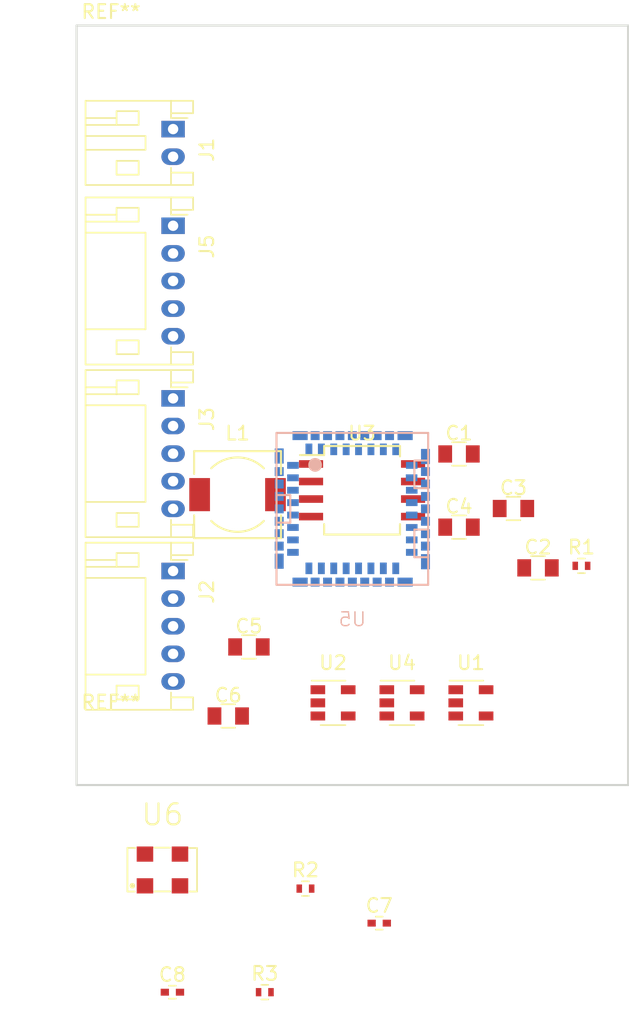
<source format=kicad_pcb>
(kicad_pcb (version 4) (host pcbnew 4.0.7)

  (general
    (links 0)
    (no_connects 68)
    (area 149.924999 84.924999 190.075001 140.075001)
    (thickness 1.6)
    (drawings 4)
    (tracks 0)
    (zones 0)
    (modules 24)
    (nets 25)
  )

  (page A4)
  (layers
    (0 F.Cu signal)
    (31 B.Cu signal)
    (32 B.Adhes user)
    (33 F.Adhes user)
    (34 B.Paste user)
    (35 F.Paste user)
    (36 B.SilkS user)
    (37 F.SilkS user)
    (38 B.Mask user)
    (39 F.Mask user)
    (40 Dwgs.User user)
    (41 Cmts.User user)
    (42 Eco1.User user)
    (43 Eco2.User user)
    (44 Edge.Cuts user)
    (45 Margin user)
    (46 B.CrtYd user)
    (47 F.CrtYd user)
    (48 B.Fab user)
    (49 F.Fab user)
  )

  (setup
    (last_trace_width 0.25)
    (trace_clearance 0.2)
    (zone_clearance 0.508)
    (zone_45_only no)
    (trace_min 0.2)
    (segment_width 0.2)
    (edge_width 0.15)
    (via_size 0.6)
    (via_drill 0.4)
    (via_min_size 0.4)
    (via_min_drill 0.3)
    (uvia_size 0.3)
    (uvia_drill 0.1)
    (uvias_allowed no)
    (uvia_min_size 0.2)
    (uvia_min_drill 0.1)
    (pcb_text_width 0.3)
    (pcb_text_size 1.5 1.5)
    (mod_edge_width 0.15)
    (mod_text_size 1 1)
    (mod_text_width 0.15)
    (pad_size 1.524 1.524)
    (pad_drill 0.762)
    (pad_to_mask_clearance 0.2)
    (aux_axis_origin 0 0)
    (visible_elements 7FFFFFFF)
    (pcbplotparams
      (layerselection 0x00030_80000001)
      (usegerberextensions false)
      (excludeedgelayer true)
      (linewidth 0.100000)
      (plotframeref false)
      (viasonmask false)
      (mode 1)
      (useauxorigin false)
      (hpglpennumber 1)
      (hpglpenspeed 20)
      (hpglpendiameter 15)
      (hpglpenoverlay 2)
      (psnegative false)
      (psa4output false)
      (plotreference true)
      (plotvalue true)
      (plotinvisibletext false)
      (padsonsilk false)
      (subtractmaskfromsilk false)
      (outputformat 1)
      (mirror false)
      (drillshape 1)
      (scaleselection 1)
      (outputdirectory ""))
  )

  (net 0 "")
  (net 1 VCC)
  (net 2 GND)
  (net 3 "Net-(L1-Pad2)")
  (net 4 "Net-(R1-Pad2)")
  (net 5 "Net-(U3-Pad6)")
  (net 6 "Net-(U3-Pad7)")
  (net 7 /SPI_CLK)
  (net 8 /SPI_CS)
  (net 9 /SPI_MOSI)
  (net 10 /SPI_MISO)
  (net 11 /I2C_SDA)
  (net 12 /I2C_SCL)
  (net 13 "Net-(U5-Pad26)")
  (net 14 /2.8V)
  (net 15 /1.2V)
  (net 16 /2.8V_IO)
  (net 17 "Net-(C8-Pad1)")
  (net 18 /GPIO3)
  (net 19 /MIPI_DATA_P)
  (net 20 /MIPI_DATA_N)
  (net 21 /MIPI_CLK_P)
  (net 22 /MIPI_CLK_N)
  (net 23 "Net-(R2-Pad1)")
  (net 24 "Net-(R3-Pad1)")

  (net_class Default "This is the default net class."
    (clearance 0.2)
    (trace_width 0.25)
    (via_dia 0.6)
    (via_drill 0.4)
    (uvia_dia 0.3)
    (uvia_drill 0.1)
    (add_net /1.2V)
    (add_net /2.8V)
    (add_net /2.8V_IO)
    (add_net /GPIO3)
    (add_net /I2C_SCL)
    (add_net /I2C_SDA)
    (add_net /MIPI_CLK_N)
    (add_net /MIPI_CLK_P)
    (add_net /MIPI_DATA_N)
    (add_net /MIPI_DATA_P)
    (add_net /SPI_CLK)
    (add_net /SPI_CS)
    (add_net /SPI_MISO)
    (add_net /SPI_MOSI)
    (add_net GND)
    (add_net "Net-(C8-Pad1)")
    (add_net "Net-(L1-Pad2)")
    (add_net "Net-(R1-Pad2)")
    (add_net "Net-(R2-Pad1)")
    (add_net "Net-(R3-Pad1)")
    (add_net "Net-(U3-Pad6)")
    (add_net "Net-(U3-Pad7)")
    (add_net "Net-(U5-Pad26)")
    (add_net VCC)
  )

  (module Mounting_Holes:MountingHole_2.5mm (layer F.Cu) (tedit 56D1B4CB) (tstamp 59D14205)
    (at 152.5 87.5)
    (descr "Mounting Hole 2.5mm, no annular")
    (tags "mounting hole 2.5mm no annular")
    (attr virtual)
    (fp_text reference REF** (at 0 -3.5) (layer F.SilkS)
      (effects (font (size 1 1) (thickness 0.15)))
    )
    (fp_text value MountingHole_2.5mm (at 0 3.5) (layer F.Fab)
      (effects (font (size 1 1) (thickness 0.15)))
    )
    (fp_text user %R (at 0.3 0) (layer F.Fab)
      (effects (font (size 1 1) (thickness 0.15)))
    )
    (fp_circle (center 0 0) (end 2.5 0) (layer Cmts.User) (width 0.15))
    (fp_circle (center 0 0) (end 2.75 0) (layer F.CrtYd) (width 0.05))
    (pad 1 np_thru_hole circle (at 0 0) (size 2.5 2.5) (drill 2.5) (layers *.Cu *.Mask))
  )

  (module Capacitors_SMD:C_0805 (layer F.Cu) (tedit 58AA8463) (tstamp 59D00504)
    (at 177.735001 116.025)
    (descr "Capacitor SMD 0805, reflow soldering, AVX (see smccp.pdf)")
    (tags "capacitor 0805")
    (path /59CFB917)
    (attr smd)
    (fp_text reference C1 (at 0 -1.5) (layer F.SilkS)
      (effects (font (size 1 1) (thickness 0.15)))
    )
    (fp_text value C (at 0 1.75) (layer F.Fab)
      (effects (font (size 1 1) (thickness 0.15)))
    )
    (fp_text user %R (at 0 -1.5) (layer F.Fab)
      (effects (font (size 1 1) (thickness 0.15)))
    )
    (fp_line (start -1 0.62) (end -1 -0.62) (layer F.Fab) (width 0.1))
    (fp_line (start 1 0.62) (end -1 0.62) (layer F.Fab) (width 0.1))
    (fp_line (start 1 -0.62) (end 1 0.62) (layer F.Fab) (width 0.1))
    (fp_line (start -1 -0.62) (end 1 -0.62) (layer F.Fab) (width 0.1))
    (fp_line (start 0.5 -0.85) (end -0.5 -0.85) (layer F.SilkS) (width 0.12))
    (fp_line (start -0.5 0.85) (end 0.5 0.85) (layer F.SilkS) (width 0.12))
    (fp_line (start -1.75 -0.88) (end 1.75 -0.88) (layer F.CrtYd) (width 0.05))
    (fp_line (start -1.75 -0.88) (end -1.75 0.87) (layer F.CrtYd) (width 0.05))
    (fp_line (start 1.75 0.87) (end 1.75 -0.88) (layer F.CrtYd) (width 0.05))
    (fp_line (start 1.75 0.87) (end -1.75 0.87) (layer F.CrtYd) (width 0.05))
    (pad 1 smd rect (at -1 0) (size 1 1.25) (layers F.Cu F.Paste F.Mask)
      (net 1 VCC))
    (pad 2 smd rect (at 1 0) (size 1 1.25) (layers F.Cu F.Paste F.Mask)
      (net 2 GND))
    (model Capacitors_SMD.3dshapes/C_0805.wrl
      (at (xyz 0 0 0))
      (scale (xyz 1 1 1))
      (rotate (xyz 0 0 0))
    )
  )

  (module Capacitors_SMD:C_0805 (layer F.Cu) (tedit 58AA8463) (tstamp 59D0050A)
    (at 183.465001 124.275)
    (descr "Capacitor SMD 0805, reflow soldering, AVX (see smccp.pdf)")
    (tags "capacitor 0805")
    (path /59CFB99B)
    (attr smd)
    (fp_text reference C2 (at 0 -1.5) (layer F.SilkS)
      (effects (font (size 1 1) (thickness 0.15)))
    )
    (fp_text value C (at 0 1.75) (layer F.Fab)
      (effects (font (size 1 1) (thickness 0.15)))
    )
    (fp_text user %R (at 0 -1.5) (layer F.Fab)
      (effects (font (size 1 1) (thickness 0.15)))
    )
    (fp_line (start -1 0.62) (end -1 -0.62) (layer F.Fab) (width 0.1))
    (fp_line (start 1 0.62) (end -1 0.62) (layer F.Fab) (width 0.1))
    (fp_line (start 1 -0.62) (end 1 0.62) (layer F.Fab) (width 0.1))
    (fp_line (start -1 -0.62) (end 1 -0.62) (layer F.Fab) (width 0.1))
    (fp_line (start 0.5 -0.85) (end -0.5 -0.85) (layer F.SilkS) (width 0.12))
    (fp_line (start -0.5 0.85) (end 0.5 0.85) (layer F.SilkS) (width 0.12))
    (fp_line (start -1.75 -0.88) (end 1.75 -0.88) (layer F.CrtYd) (width 0.05))
    (fp_line (start -1.75 -0.88) (end -1.75 0.87) (layer F.CrtYd) (width 0.05))
    (fp_line (start 1.75 0.87) (end 1.75 -0.88) (layer F.CrtYd) (width 0.05))
    (fp_line (start 1.75 0.87) (end -1.75 0.87) (layer F.CrtYd) (width 0.05))
    (pad 1 smd rect (at -1 0) (size 1 1.25) (layers F.Cu F.Paste F.Mask)
      (net 14 /2.8V))
    (pad 2 smd rect (at 1 0) (size 1 1.25) (layers F.Cu F.Paste F.Mask)
      (net 2 GND))
    (model Capacitors_SMD.3dshapes/C_0805.wrl
      (at (xyz 0 0 0))
      (scale (xyz 1 1 1))
      (rotate (xyz 0 0 0))
    )
  )

  (module Capacitors_SMD:C_0805 (layer F.Cu) (tedit 58AA8463) (tstamp 59D00510)
    (at 181.685001 119.975)
    (descr "Capacitor SMD 0805, reflow soldering, AVX (see smccp.pdf)")
    (tags "capacitor 0805")
    (path /59CFB330)
    (attr smd)
    (fp_text reference C3 (at 0 -1.5) (layer F.SilkS)
      (effects (font (size 1 1) (thickness 0.15)))
    )
    (fp_text value C (at 0 1.75) (layer F.Fab)
      (effects (font (size 1 1) (thickness 0.15)))
    )
    (fp_text user %R (at 0 -1.5) (layer F.Fab)
      (effects (font (size 1 1) (thickness 0.15)))
    )
    (fp_line (start -1 0.62) (end -1 -0.62) (layer F.Fab) (width 0.1))
    (fp_line (start 1 0.62) (end -1 0.62) (layer F.Fab) (width 0.1))
    (fp_line (start 1 -0.62) (end 1 0.62) (layer F.Fab) (width 0.1))
    (fp_line (start -1 -0.62) (end 1 -0.62) (layer F.Fab) (width 0.1))
    (fp_line (start 0.5 -0.85) (end -0.5 -0.85) (layer F.SilkS) (width 0.12))
    (fp_line (start -0.5 0.85) (end 0.5 0.85) (layer F.SilkS) (width 0.12))
    (fp_line (start -1.75 -0.88) (end 1.75 -0.88) (layer F.CrtYd) (width 0.05))
    (fp_line (start -1.75 -0.88) (end -1.75 0.87) (layer F.CrtYd) (width 0.05))
    (fp_line (start 1.75 0.87) (end 1.75 -0.88) (layer F.CrtYd) (width 0.05))
    (fp_line (start 1.75 0.87) (end -1.75 0.87) (layer F.CrtYd) (width 0.05))
    (pad 1 smd rect (at -1 0) (size 1 1.25) (layers F.Cu F.Paste F.Mask)
      (net 1 VCC))
    (pad 2 smd rect (at 1 0) (size 1 1.25) (layers F.Cu F.Paste F.Mask)
      (net 2 GND))
    (model Capacitors_SMD.3dshapes/C_0805.wrl
      (at (xyz 0 0 0))
      (scale (xyz 1 1 1))
      (rotate (xyz 0 0 0))
    )
  )

  (module Capacitors_SMD:C_0805 (layer F.Cu) (tedit 58AA8463) (tstamp 59D00516)
    (at 177.735001 121.325)
    (descr "Capacitor SMD 0805, reflow soldering, AVX (see smccp.pdf)")
    (tags "capacitor 0805")
    (path /59CFB313)
    (attr smd)
    (fp_text reference C4 (at 0 -1.5) (layer F.SilkS)
      (effects (font (size 1 1) (thickness 0.15)))
    )
    (fp_text value C (at 0 1.75) (layer F.Fab)
      (effects (font (size 1 1) (thickness 0.15)))
    )
    (fp_text user %R (at 0 -1.5) (layer F.Fab)
      (effects (font (size 1 1) (thickness 0.15)))
    )
    (fp_line (start -1 0.62) (end -1 -0.62) (layer F.Fab) (width 0.1))
    (fp_line (start 1 0.62) (end -1 0.62) (layer F.Fab) (width 0.1))
    (fp_line (start 1 -0.62) (end 1 0.62) (layer F.Fab) (width 0.1))
    (fp_line (start -1 -0.62) (end 1 -0.62) (layer F.Fab) (width 0.1))
    (fp_line (start 0.5 -0.85) (end -0.5 -0.85) (layer F.SilkS) (width 0.12))
    (fp_line (start -0.5 0.85) (end 0.5 0.85) (layer F.SilkS) (width 0.12))
    (fp_line (start -1.75 -0.88) (end 1.75 -0.88) (layer F.CrtYd) (width 0.05))
    (fp_line (start -1.75 -0.88) (end -1.75 0.87) (layer F.CrtYd) (width 0.05))
    (fp_line (start 1.75 0.87) (end 1.75 -0.88) (layer F.CrtYd) (width 0.05))
    (fp_line (start 1.75 0.87) (end -1.75 0.87) (layer F.CrtYd) (width 0.05))
    (pad 1 smd rect (at -1 0) (size 1 1.25) (layers F.Cu F.Paste F.Mask)
      (net 15 /1.2V))
    (pad 2 smd rect (at 1 0) (size 1 1.25) (layers F.Cu F.Paste F.Mask)
      (net 2 GND))
    (model Capacitors_SMD.3dshapes/C_0805.wrl
      (at (xyz 0 0 0))
      (scale (xyz 1 1 1))
      (rotate (xyz 0 0 0))
    )
  )

  (module Choke_SMD:Choke_SMD_6.3x6.3_H3 (layer F.Cu) (tedit 552CF7E1) (tstamp 59D0052A)
    (at 161.675001 118.97)
    (descr "Choke, SMD, 6.3x6.3mm 3mm height")
    (tags "Choke, SMD")
    (path /59CFB2DE)
    (attr smd)
    (fp_text reference L1 (at 0 -4.445) (layer F.SilkS)
      (effects (font (size 1 1) (thickness 0.15)))
    )
    (fp_text value L (at 0 4.445) (layer F.Fab)
      (effects (font (size 1 1) (thickness 0.15)))
    )
    (fp_line (start -3.75 -3.4) (end -3.75 3.4) (layer F.CrtYd) (width 0.05))
    (fp_line (start -3.75 3.4) (end 3.75 3.4) (layer F.CrtYd) (width 0.05))
    (fp_line (start 3.75 3.4) (end 3.75 -3.4) (layer F.CrtYd) (width 0.05))
    (fp_line (start 3.75 -3.4) (end -3.75 -3.4) (layer F.CrtYd) (width 0.05))
    (fp_arc (start 0 0) (end -1.905 -1.905) (angle 90) (layer F.SilkS) (width 0.15))
    (fp_arc (start 0 0) (end 1.905 1.905) (angle 90) (layer F.SilkS) (width 0.15))
    (fp_line (start 3.15 3.15) (end 3.15 1.5) (layer F.SilkS) (width 0.15))
    (fp_line (start 3.15 -3.15) (end 3.15 -1.5) (layer F.SilkS) (width 0.15))
    (fp_line (start -3.15 3.15) (end -3.15 1.5) (layer F.SilkS) (width 0.15))
    (fp_line (start -3.15 -3.15) (end -3.15 -1.5) (layer F.SilkS) (width 0.15))
    (fp_line (start -3.15 -3.15) (end 3.15 -3.15) (layer F.SilkS) (width 0.15))
    (fp_line (start -3.15 3.15) (end 3.15 3.15) (layer F.SilkS) (width 0.15))
    (pad 1 smd rect (at -2.75 0) (size 1.5 2.4) (layers F.Cu F.Paste F.Mask)
      (net 15 /1.2V))
    (pad 2 smd rect (at 2.75 0) (size 1.5 2.4) (layers F.Cu F.Paste F.Mask)
      (net 3 "Net-(L1-Pad2)"))
  )

  (module Resistors_SMD:R_0402 (layer F.Cu) (tedit 58E0A804) (tstamp 59D00530)
    (at 186.61619 124.125)
    (descr "Resistor SMD 0402, reflow soldering, Vishay (see dcrcw.pdf)")
    (tags "resistor 0402")
    (path /59D01695)
    (attr smd)
    (fp_text reference R1 (at 0 -1.35) (layer F.SilkS)
      (effects (font (size 1 1) (thickness 0.15)))
    )
    (fp_text value R (at 0 1.45) (layer F.Fab)
      (effects (font (size 1 1) (thickness 0.15)))
    )
    (fp_text user %R (at 0 -1.35) (layer F.Fab)
      (effects (font (size 1 1) (thickness 0.15)))
    )
    (fp_line (start -0.5 0.25) (end -0.5 -0.25) (layer F.Fab) (width 0.1))
    (fp_line (start 0.5 0.25) (end -0.5 0.25) (layer F.Fab) (width 0.1))
    (fp_line (start 0.5 -0.25) (end 0.5 0.25) (layer F.Fab) (width 0.1))
    (fp_line (start -0.5 -0.25) (end 0.5 -0.25) (layer F.Fab) (width 0.1))
    (fp_line (start 0.25 -0.53) (end -0.25 -0.53) (layer F.SilkS) (width 0.12))
    (fp_line (start -0.25 0.53) (end 0.25 0.53) (layer F.SilkS) (width 0.12))
    (fp_line (start -0.8 -0.45) (end 0.8 -0.45) (layer F.CrtYd) (width 0.05))
    (fp_line (start -0.8 -0.45) (end -0.8 0.45) (layer F.CrtYd) (width 0.05))
    (fp_line (start 0.8 0.45) (end 0.8 -0.45) (layer F.CrtYd) (width 0.05))
    (fp_line (start 0.8 0.45) (end -0.8 0.45) (layer F.CrtYd) (width 0.05))
    (pad 1 smd rect (at -0.45 0) (size 0.4 0.6) (layers F.Cu F.Paste F.Mask)
      (net 1 VCC))
    (pad 2 smd rect (at 0.45 0) (size 0.4 0.6) (layers F.Cu F.Paste F.Mask)
      (net 4 "Net-(R1-Pad2)"))
    (model ${KISYS3DMOD}/Resistors_SMD.3dshapes/R_0402.wrl
      (at (xyz 0 0 0))
      (scale (xyz 1 1 1))
      (rotate (xyz 0 0 0))
    )
  )

  (module TO_SOT_Packages_SMD:SOT-23-5 (layer F.Cu) (tedit 58CE4E7E) (tstamp 59D00539)
    (at 178.6 134.05)
    (descr "5-pin SOT23 package")
    (tags SOT-23-5)
    (path /59CFB8BF)
    (attr smd)
    (fp_text reference U1 (at 0 -2.9) (layer F.SilkS)
      (effects (font (size 1 1) (thickness 0.15)))
    )
    (fp_text value MIC5219-2.8 (at 0 2.9) (layer F.Fab)
      (effects (font (size 1 1) (thickness 0.15)))
    )
    (fp_text user %R (at 0 0 90) (layer F.Fab)
      (effects (font (size 0.5 0.5) (thickness 0.075)))
    )
    (fp_line (start -0.9 1.61) (end 0.9 1.61) (layer F.SilkS) (width 0.12))
    (fp_line (start 0.9 -1.61) (end -1.55 -1.61) (layer F.SilkS) (width 0.12))
    (fp_line (start -1.9 -1.8) (end 1.9 -1.8) (layer F.CrtYd) (width 0.05))
    (fp_line (start 1.9 -1.8) (end 1.9 1.8) (layer F.CrtYd) (width 0.05))
    (fp_line (start 1.9 1.8) (end -1.9 1.8) (layer F.CrtYd) (width 0.05))
    (fp_line (start -1.9 1.8) (end -1.9 -1.8) (layer F.CrtYd) (width 0.05))
    (fp_line (start -0.9 -0.9) (end -0.25 -1.55) (layer F.Fab) (width 0.1))
    (fp_line (start 0.9 -1.55) (end -0.25 -1.55) (layer F.Fab) (width 0.1))
    (fp_line (start -0.9 -0.9) (end -0.9 1.55) (layer F.Fab) (width 0.1))
    (fp_line (start 0.9 1.55) (end -0.9 1.55) (layer F.Fab) (width 0.1))
    (fp_line (start 0.9 -1.55) (end 0.9 1.55) (layer F.Fab) (width 0.1))
    (pad 1 smd rect (at -1.1 -0.95) (size 1.06 0.65) (layers F.Cu F.Paste F.Mask)
      (net 1 VCC))
    (pad 2 smd rect (at -1.1 0) (size 1.06 0.65) (layers F.Cu F.Paste F.Mask)
      (net 2 GND))
    (pad 3 smd rect (at -1.1 0.95) (size 1.06 0.65) (layers F.Cu F.Paste F.Mask)
      (net 1 VCC))
    (pad 4 smd rect (at 1.1 0.95) (size 1.06 0.65) (layers F.Cu F.Paste F.Mask))
    (pad 5 smd rect (at 1.1 -0.95) (size 1.06 0.65) (layers F.Cu F.Paste F.Mask)
      (net 14 /2.8V))
    (model ${KISYS3DMOD}/TO_SOT_Packages_SMD.3dshapes/SOT-23-5.wrl
      (at (xyz 0 0 0))
      (scale (xyz 1 1 1))
      (rotate (xyz 0 0 0))
    )
  )

  (module TO_SOT_Packages_SMD:SOT-23-5 (layer F.Cu) (tedit 58CE4E7E) (tstamp 59D00542)
    (at 168.6 134.05)
    (descr "5-pin SOT23 package")
    (tags SOT-23-5)
    (path /59CFB15B)
    (attr smd)
    (fp_text reference U2 (at 0 -2.9) (layer F.SilkS)
      (effects (font (size 1 1) (thickness 0.15)))
    )
    (fp_text value LM3670MF (at 0 2.9) (layer F.Fab)
      (effects (font (size 1 1) (thickness 0.15)))
    )
    (fp_text user %R (at 0 0 90) (layer F.Fab)
      (effects (font (size 0.5 0.5) (thickness 0.075)))
    )
    (fp_line (start -0.9 1.61) (end 0.9 1.61) (layer F.SilkS) (width 0.12))
    (fp_line (start 0.9 -1.61) (end -1.55 -1.61) (layer F.SilkS) (width 0.12))
    (fp_line (start -1.9 -1.8) (end 1.9 -1.8) (layer F.CrtYd) (width 0.05))
    (fp_line (start 1.9 -1.8) (end 1.9 1.8) (layer F.CrtYd) (width 0.05))
    (fp_line (start 1.9 1.8) (end -1.9 1.8) (layer F.CrtYd) (width 0.05))
    (fp_line (start -1.9 1.8) (end -1.9 -1.8) (layer F.CrtYd) (width 0.05))
    (fp_line (start -0.9 -0.9) (end -0.25 -1.55) (layer F.Fab) (width 0.1))
    (fp_line (start 0.9 -1.55) (end -0.25 -1.55) (layer F.Fab) (width 0.1))
    (fp_line (start -0.9 -0.9) (end -0.9 1.55) (layer F.Fab) (width 0.1))
    (fp_line (start 0.9 1.55) (end -0.9 1.55) (layer F.Fab) (width 0.1))
    (fp_line (start 0.9 -1.55) (end 0.9 1.55) (layer F.Fab) (width 0.1))
    (pad 1 smd rect (at -1.1 -0.95) (size 1.06 0.65) (layers F.Cu F.Paste F.Mask)
      (net 1 VCC))
    (pad 2 smd rect (at -1.1 0) (size 1.06 0.65) (layers F.Cu F.Paste F.Mask)
      (net 2 GND))
    (pad 3 smd rect (at -1.1 0.95) (size 1.06 0.65) (layers F.Cu F.Paste F.Mask)
      (net 1 VCC))
    (pad 4 smd rect (at 1.1 0.95) (size 1.06 0.65) (layers F.Cu F.Paste F.Mask)
      (net 15 /1.2V))
    (pad 5 smd rect (at 1.1 -0.95) (size 1.06 0.65) (layers F.Cu F.Paste F.Mask)
      (net 3 "Net-(L1-Pad2)"))
    (model ${KISYS3DMOD}/TO_SOT_Packages_SMD.3dshapes/SOT-23-5.wrl
      (at (xyz 0 0 0))
      (scale (xyz 1 1 1))
      (rotate (xyz 0 0 0))
    )
  )

  (module Housings_SOIC:SO-8_5.3x6.2mm_Pitch1.27mm (layer F.Cu) (tedit 59920130) (tstamp 59D0054E)
    (at 170.705001 118.655)
    (descr "8-Lead Plastic Small Outline, 5.3x6.2mm Body (http://www.ti.com.cn/cn/lit/ds/symlink/tl7705a.pdf)")
    (tags "SOIC 1.27")
    (path /59D003E5)
    (attr smd)
    (fp_text reference U3 (at 0 -4.13) (layer F.SilkS)
      (effects (font (size 1 1) (thickness 0.15)))
    )
    (fp_text value PCA9515A (at 0 4.13) (layer F.Fab)
      (effects (font (size 1 1) (thickness 0.15)))
    )
    (fp_text user %R (at 0 0) (layer F.Fab)
      (effects (font (size 1 1) (thickness 0.15)))
    )
    (fp_line (start -1.65 -3.1) (end 2.65 -3.1) (layer F.Fab) (width 0.15))
    (fp_line (start 2.65 -3.1) (end 2.65 3.1) (layer F.Fab) (width 0.15))
    (fp_line (start 2.65 3.1) (end -2.65 3.1) (layer F.Fab) (width 0.15))
    (fp_line (start -2.65 3.1) (end -2.65 -2.1) (layer F.Fab) (width 0.15))
    (fp_line (start -2.65 -2.1) (end -1.65 -3.1) (layer F.Fab) (width 0.15))
    (fp_line (start -4.83 -3.35) (end -4.83 3.35) (layer F.CrtYd) (width 0.05))
    (fp_line (start 4.83 -3.35) (end 4.83 3.35) (layer F.CrtYd) (width 0.05))
    (fp_line (start -4.83 -3.35) (end 4.83 -3.35) (layer F.CrtYd) (width 0.05))
    (fp_line (start -4.83 3.35) (end 4.83 3.35) (layer F.CrtYd) (width 0.05))
    (fp_line (start -2.75 -3.205) (end -2.75 -2.55) (layer F.SilkS) (width 0.15))
    (fp_line (start 2.75 -3.205) (end 2.75 -2.455) (layer F.SilkS) (width 0.15))
    (fp_line (start 2.75 3.205) (end 2.75 2.455) (layer F.SilkS) (width 0.15))
    (fp_line (start -2.75 3.205) (end -2.75 2.455) (layer F.SilkS) (width 0.15))
    (fp_line (start -2.75 -3.205) (end 2.75 -3.205) (layer F.SilkS) (width 0.15))
    (fp_line (start -2.75 3.205) (end 2.75 3.205) (layer F.SilkS) (width 0.15))
    (fp_line (start -2.75 -2.55) (end -4.5 -2.55) (layer F.SilkS) (width 0.15))
    (pad 1 smd rect (at -3.7 -1.905) (size 1.75 0.55) (layers F.Cu F.Paste F.Mask))
    (pad 2 smd rect (at -3.7 -0.635) (size 1.75 0.55) (layers F.Cu F.Paste F.Mask)
      (net 12 /I2C_SCL))
    (pad 3 smd rect (at -3.7 0.635) (size 1.75 0.55) (layers F.Cu F.Paste F.Mask)
      (net 11 /I2C_SDA))
    (pad 4 smd rect (at -3.7 1.905) (size 1.75 0.55) (layers F.Cu F.Paste F.Mask)
      (net 2 GND))
    (pad 5 smd rect (at 3.7 1.905) (size 1.75 0.55) (layers F.Cu F.Paste F.Mask)
      (net 4 "Net-(R1-Pad2)"))
    (pad 6 smd rect (at 3.7 0.635) (size 1.75 0.55) (layers F.Cu F.Paste F.Mask)
      (net 5 "Net-(U3-Pad6)"))
    (pad 7 smd rect (at 3.7 -0.635) (size 1.75 0.55) (layers F.Cu F.Paste F.Mask)
      (net 6 "Net-(U3-Pad7)"))
    (pad 8 smd rect (at 3.7 -1.905) (size 1.75 0.55) (layers F.Cu F.Paste F.Mask)
      (net 1 VCC))
    (model ${KISYS3DMOD}/Housings_SOIC.3dshapes/SO-8_5.3x6.2mm_Pitch1.27mm.wrl
      (at (xyz 0 0 0))
      (scale (xyz 1 1 1))
      (rotate (xyz 0 0 0))
    )
  )

  (module Capacitors_SMD:C_0805 (layer F.Cu) (tedit 58AA8463) (tstamp 59D007A6)
    (at 162.5 130)
    (descr "Capacitor SMD 0805, reflow soldering, AVX (see smccp.pdf)")
    (tags "capacitor 0805")
    (path /59D01ADC)
    (attr smd)
    (fp_text reference C5 (at 0 -1.5) (layer F.SilkS)
      (effects (font (size 1 1) (thickness 0.15)))
    )
    (fp_text value C (at 0 1.75) (layer F.Fab)
      (effects (font (size 1 1) (thickness 0.15)))
    )
    (fp_text user %R (at 0 -1.5) (layer F.Fab)
      (effects (font (size 1 1) (thickness 0.15)))
    )
    (fp_line (start -1 0.62) (end -1 -0.62) (layer F.Fab) (width 0.1))
    (fp_line (start 1 0.62) (end -1 0.62) (layer F.Fab) (width 0.1))
    (fp_line (start 1 -0.62) (end 1 0.62) (layer F.Fab) (width 0.1))
    (fp_line (start -1 -0.62) (end 1 -0.62) (layer F.Fab) (width 0.1))
    (fp_line (start 0.5 -0.85) (end -0.5 -0.85) (layer F.SilkS) (width 0.12))
    (fp_line (start -0.5 0.85) (end 0.5 0.85) (layer F.SilkS) (width 0.12))
    (fp_line (start -1.75 -0.88) (end 1.75 -0.88) (layer F.CrtYd) (width 0.05))
    (fp_line (start -1.75 -0.88) (end -1.75 0.87) (layer F.CrtYd) (width 0.05))
    (fp_line (start 1.75 0.87) (end 1.75 -0.88) (layer F.CrtYd) (width 0.05))
    (fp_line (start 1.75 0.87) (end -1.75 0.87) (layer F.CrtYd) (width 0.05))
    (pad 1 smd rect (at -1 0) (size 1 1.25) (layers F.Cu F.Paste F.Mask)
      (net 1 VCC))
    (pad 2 smd rect (at 1 0) (size 1 1.25) (layers F.Cu F.Paste F.Mask)
      (net 2 GND))
    (model Capacitors_SMD.3dshapes/C_0805.wrl
      (at (xyz 0 0 0))
      (scale (xyz 1 1 1))
      (rotate (xyz 0 0 0))
    )
  )

  (module Capacitors_SMD:C_0805 (layer F.Cu) (tedit 58AA8463) (tstamp 59D007AC)
    (at 161 135)
    (descr "Capacitor SMD 0805, reflow soldering, AVX (see smccp.pdf)")
    (tags "capacitor 0805")
    (path /59D01AE5)
    (attr smd)
    (fp_text reference C6 (at 0 -1.5) (layer F.SilkS)
      (effects (font (size 1 1) (thickness 0.15)))
    )
    (fp_text value C (at 0 1.75) (layer F.Fab)
      (effects (font (size 1 1) (thickness 0.15)))
    )
    (fp_text user %R (at 0 -1.5) (layer F.Fab)
      (effects (font (size 1 1) (thickness 0.15)))
    )
    (fp_line (start -1 0.62) (end -1 -0.62) (layer F.Fab) (width 0.1))
    (fp_line (start 1 0.62) (end -1 0.62) (layer F.Fab) (width 0.1))
    (fp_line (start 1 -0.62) (end 1 0.62) (layer F.Fab) (width 0.1))
    (fp_line (start -1 -0.62) (end 1 -0.62) (layer F.Fab) (width 0.1))
    (fp_line (start 0.5 -0.85) (end -0.5 -0.85) (layer F.SilkS) (width 0.12))
    (fp_line (start -0.5 0.85) (end 0.5 0.85) (layer F.SilkS) (width 0.12))
    (fp_line (start -1.75 -0.88) (end 1.75 -0.88) (layer F.CrtYd) (width 0.05))
    (fp_line (start -1.75 -0.88) (end -1.75 0.87) (layer F.CrtYd) (width 0.05))
    (fp_line (start 1.75 0.87) (end 1.75 -0.88) (layer F.CrtYd) (width 0.05))
    (fp_line (start 1.75 0.87) (end -1.75 0.87) (layer F.CrtYd) (width 0.05))
    (pad 1 smd rect (at -1 0) (size 1 1.25) (layers F.Cu F.Paste F.Mask)
      (net 16 /2.8V_IO))
    (pad 2 smd rect (at 1 0) (size 1 1.25) (layers F.Cu F.Paste F.Mask)
      (net 2 GND))
    (model Capacitors_SMD.3dshapes/C_0805.wrl
      (at (xyz 0 0 0))
      (scale (xyz 1 1 1))
      (rotate (xyz 0 0 0))
    )
  )

  (module TO_SOT_Packages_SMD:SOT-23-5 (layer F.Cu) (tedit 58CE4E7E) (tstamp 59D007B5)
    (at 173.6 134.05)
    (descr "5-pin SOT23 package")
    (tags SOT-23-5)
    (path /59D01AD6)
    (attr smd)
    (fp_text reference U4 (at 0 -2.9) (layer F.SilkS)
      (effects (font (size 1 1) (thickness 0.15)))
    )
    (fp_text value MIC5219-2.8 (at 0 2.9) (layer F.Fab)
      (effects (font (size 1 1) (thickness 0.15)))
    )
    (fp_text user %R (at 0 0 90) (layer F.Fab)
      (effects (font (size 0.5 0.5) (thickness 0.075)))
    )
    (fp_line (start -0.9 1.61) (end 0.9 1.61) (layer F.SilkS) (width 0.12))
    (fp_line (start 0.9 -1.61) (end -1.55 -1.61) (layer F.SilkS) (width 0.12))
    (fp_line (start -1.9 -1.8) (end 1.9 -1.8) (layer F.CrtYd) (width 0.05))
    (fp_line (start 1.9 -1.8) (end 1.9 1.8) (layer F.CrtYd) (width 0.05))
    (fp_line (start 1.9 1.8) (end -1.9 1.8) (layer F.CrtYd) (width 0.05))
    (fp_line (start -1.9 1.8) (end -1.9 -1.8) (layer F.CrtYd) (width 0.05))
    (fp_line (start -0.9 -0.9) (end -0.25 -1.55) (layer F.Fab) (width 0.1))
    (fp_line (start 0.9 -1.55) (end -0.25 -1.55) (layer F.Fab) (width 0.1))
    (fp_line (start -0.9 -0.9) (end -0.9 1.55) (layer F.Fab) (width 0.1))
    (fp_line (start 0.9 1.55) (end -0.9 1.55) (layer F.Fab) (width 0.1))
    (fp_line (start 0.9 -1.55) (end 0.9 1.55) (layer F.Fab) (width 0.1))
    (pad 1 smd rect (at -1.1 -0.95) (size 1.06 0.65) (layers F.Cu F.Paste F.Mask)
      (net 1 VCC))
    (pad 2 smd rect (at -1.1 0) (size 1.06 0.65) (layers F.Cu F.Paste F.Mask)
      (net 2 GND))
    (pad 3 smd rect (at -1.1 0.95) (size 1.06 0.65) (layers F.Cu F.Paste F.Mask)
      (net 1 VCC))
    (pad 4 smd rect (at 1.1 0.95) (size 1.06 0.65) (layers F.Cu F.Paste F.Mask))
    (pad 5 smd rect (at 1.1 -0.95) (size 1.06 0.65) (layers F.Cu F.Paste F.Mask)
      (net 16 /2.8V_IO))
    (model ${KISYS3DMOD}/TO_SOT_Packages_SMD.3dshapes/SOT-23-5.wrl
      (at (xyz 0 0 0))
      (scale (xyz 1 1 1))
      (rotate (xyz 0 0 0))
    )
  )

  (module STC:FLIR_Lepton_1050281001 (layer B.Cu) (tedit 59D0FD7C) (tstamp 59D10EDB)
    (at 170 120)
    (path /59D1019B)
    (attr smd)
    (fp_text reference U5 (at 0 8) (layer B.SilkS)
      (effects (font (size 1 1) (thickness 0.1)) (justify mirror))
    )
    (fp_text value FLIR_Lepton (at 0 -8) (layer B.Fab)
      (effects (font (size 1 1) (thickness 0.1)) (justify mirror))
    )
    (fp_line (start -4.5 1) (end -5.5 1) (layer B.SilkS) (width 0.15))
    (fp_line (start -4.5 -1) (end -4.5 1) (layer B.SilkS) (width 0.15))
    (fp_line (start -5.5 -1) (end -4.5 -1) (layer B.SilkS) (width 0.15))
    (fp_line (start -5.5 1) (end -5.5 -1) (layer B.SilkS) (width 0.15))
    (fp_line (start 4.5 -3.5) (end 5.5 -3.5) (layer B.SilkS) (width 0.15))
    (fp_line (start 4.5 -1.5) (end 4.5 -3.5) (layer B.SilkS) (width 0.15))
    (fp_line (start 5.5 -1.5) (end 4.5 -1.5) (layer B.SilkS) (width 0.15))
    (fp_line (start 5.5 -3.5) (end 5.5 -1.5) (layer B.SilkS) (width 0.15))
    (fp_line (start 4.5 3.5) (end 5.5 3.5) (layer B.SilkS) (width 0.15))
    (fp_line (start 4.5 1.5) (end 4.5 3.5) (layer B.SilkS) (width 0.15))
    (fp_line (start 5.5 1.5) (end 4.5 1.5) (layer B.SilkS) (width 0.15))
    (fp_line (start 5.5 3.5) (end 5.5 1.5) (layer B.SilkS) (width 0.15))
    (fp_line (start -5.5 5.5) (end 5.5 5.5) (layer B.SilkS) (width 0.15))
    (fp_line (start -5.5 -5.5) (end -5.5 5.5) (layer B.SilkS) (width 0.15))
    (fp_line (start 5.5 -5.5) (end -5.5 -5.5) (layer B.SilkS) (width 0.15))
    (fp_line (start 5.5 5.5) (end 5.5 -5.5) (layer B.SilkS) (width 0.15))
    (fp_circle (center -2.70002 -3.18516) (end -2.70002 -2.68732) (layer B.SilkS) (width 0))
    (pad 1 smd rect (at -3.1496 -4.30784) (size 0.49784 0.8382) (layers B.Cu B.Paste B.Mask)
      (net 2 GND))
    (pad 2 smd rect (at -2.2479 -4.30784) (size 0.49784 0.8382) (layers B.Cu B.Paste B.Mask)
      (net 18 /GPIO3))
    (pad 3 smd rect (at -1.34874 -4.30784) (size 0.49784 0.8382) (layers B.Cu B.Paste B.Mask))
    (pad 4 smd rect (at -0.44958 -4.30784) (size 0.49784 0.8382) (layers B.Cu B.Paste B.Mask))
    (pad 5 smd rect (at 0.44958 -4.30784) (size 0.49784 0.8382) (layers B.Cu B.Paste B.Mask))
    (pad 6 smd rect (at 1.34874 -4.30784) (size 0.49784 0.8382) (layers B.Cu B.Paste B.Mask)
      (net 2 GND))
    (pad 7 smd rect (at 2.2479 -4.30784) (size 0.49784 0.8382) (layers B.Cu B.Paste B.Mask)
      (net 15 /1.2V))
    (pad 8 smd rect (at 3.1496 -4.30784) (size 0.49784 0.8382) (layers B.Cu B.Paste B.Mask)
      (net 2 GND))
    (pad 9 smd rect (at 4.30784 -3.1496 270) (size 0.49784 0.8382) (layers B.Cu B.Paste B.Mask)
      (net 2 GND))
    (pad 10 smd rect (at 4.29768 -2.2479 270) (size 0.49784 0.8382) (layers B.Cu B.Paste B.Mask)
      (net 2 GND))
    (pad 11 smd rect (at 4.30784 -1.34874 270) (size 0.49784 0.8382) (layers B.Cu B.Paste B.Mask)
      (net 9 /SPI_MOSI))
    (pad 12 smd rect (at 4.30784 -0.44958 270) (size 0.49784 0.8382) (layers B.Cu B.Paste B.Mask)
      (net 10 /SPI_MISO))
    (pad 13 smd rect (at 4.30784 0.44958 270) (size 0.49784 0.8382) (layers B.Cu B.Paste B.Mask)
      (net 7 /SPI_CLK))
    (pad 14 smd rect (at 4.30784 1.34874 270) (size 0.49784 0.8382) (layers B.Cu B.Paste B.Mask)
      (net 8 /SPI_CS))
    (pad 15 smd rect (at 4.30784 2.2479 270) (size 0.49784 0.8382) (layers B.Cu B.Paste B.Mask)
      (net 2 GND))
    (pad 16 smd rect (at 4.30784 3.1496 270) (size 0.49784 0.8382) (layers B.Cu B.Paste B.Mask)
      (net 16 /2.8V_IO))
    (pad 17 smd rect (at 3.1496 4.30784) (size 0.49784 0.8382) (layers B.Cu B.Paste B.Mask))
    (pad 18 smd rect (at 2.2479 4.30784) (size 0.49784 0.8382) (layers B.Cu B.Paste B.Mask)
      (net 2 GND))
    (pad 19 smd rect (at 1.34874 4.30784) (size 0.49784 0.8382) (layers B.Cu B.Paste B.Mask)
      (net 14 /2.8V))
    (pad 20 smd rect (at 0.44958 4.30784) (size 0.49784 0.8382) (layers B.Cu B.Paste B.Mask)
      (net 2 GND))
    (pad 21 smd rect (at -0.44958 4.30784) (size 0.49784 0.8382) (layers B.Cu B.Paste B.Mask)
      (net 6 "Net-(U3-Pad7)"))
    (pad 22 smd rect (at -1.34874 4.30784) (size 0.49784 0.8382) (layers B.Cu B.Paste B.Mask)
      (net 5 "Net-(U3-Pad6)"))
    (pad 23 smd rect (at -2.2479 4.30784) (size 0.49784 0.8382) (layers B.Cu B.Paste B.Mask)
      (net 17 "Net-(C8-Pad1)"))
    (pad 24 smd rect (at -3.1496 4.30784) (size 0.49784 0.8382) (layers B.Cu B.Paste B.Mask)
      (net 24 "Net-(R3-Pad1)"))
    (pad 25 smd rect (at -4.30784 3.1496 270) (size 0.49784 0.8382) (layers B.Cu B.Paste B.Mask)
      (net 2 GND))
    (pad 26 smd rect (at -4.30784 2.2479 270) (size 0.49784 0.8382) (layers B.Cu B.Paste B.Mask)
      (net 13 "Net-(U5-Pad26)"))
    (pad 27 smd rect (at -4.30784 1.34874 270) (size 0.49784 0.8382) (layers B.Cu B.Paste B.Mask)
      (net 2 GND))
    (pad 28 smd rect (at -4.30784 0.44958 270) (size 0.49784 0.8382) (layers B.Cu B.Paste B.Mask)
      (net 22 /MIPI_CLK_N))
    (pad 29 smd rect (at -4.30784 -0.44958 270) (size 0.49784 0.8382) (layers B.Cu B.Paste B.Mask)
      (net 21 /MIPI_CLK_P))
    (pad 30 smd rect (at -4.30784 -1.34874 270) (size 0.49784 0.8382) (layers B.Cu B.Paste B.Mask)
      (net 2 GND))
    (pad 31 smd rect (at -4.30784 -2.2479 270) (size 0.49784 0.8382) (layers B.Cu B.Paste B.Mask)
      (net 20 /MIPI_DATA_N))
    (pad 32 smd rect (at -4.30784 -3.1496 270) (size 0.49784 0.8382) (layers B.Cu B.Paste B.Mask)
      (net 19 /MIPI_DATA_P))
    (pad P$1 smd rect (at -5.30352 2.69748) (size 0.6477 0.6477) (layers B.Cu B.Paste B.Mask))
    (pad P$2 smd rect (at -5.30352 -3.82778 270) (size 1.09982 0.6477) (layers B.Cu B.Paste B.Mask))
    (pad P$3 smd rect (at -5.30352 1.79832) (size 0.6477 0.6477) (layers B.Cu B.Paste B.Mask))
    (pad P$4 smd rect (at -5.30352 0.89916) (size 0.6477 0.6477) (layers B.Cu B.Paste B.Mask))
    (pad P$5 smd rect (at -5.30352 0) (size 0.6477 0.6477) (layers B.Cu B.Paste B.Mask))
    (pad P$6 smd rect (at -5.30352 -0.89916) (size 0.6477 0.6477) (layers B.Cu B.Paste B.Mask))
    (pad P$7 smd rect (at -5.30352 -1.79832) (size 0.6477 0.6477) (layers B.Cu B.Paste B.Mask))
    (pad P$8 smd rect (at -5.30352 -2.70002) (size 0.6477 0.6477) (layers B.Cu B.Paste B.Mask))
    (pad P$9 smd rect (at -5.30352 3.78968 270) (size 1.09982 0.6477) (layers B.Cu B.Paste B.Mask))
    (pad P$10 smd rect (at 3.82778 5.30352 180) (size 1.09982 0.6477) (layers B.Cu B.Paste B.Mask))
    (pad P$11 smd rect (at -2.70002 5.30352 270) (size 0.6477 0.6477) (layers B.Cu B.Paste B.Mask))
    (pad P$12 smd rect (at -1.79832 5.30352 270) (size 0.6477 0.6477) (layers B.Cu B.Paste B.Mask))
    (pad P$13 smd rect (at -0.89916 5.30352 270) (size 0.6477 0.6477) (layers B.Cu B.Paste B.Mask))
    (pad P$14 smd rect (at 0 5.30352 270) (size 0.6477 0.6477) (layers B.Cu B.Paste B.Mask))
    (pad P$15 smd rect (at 0.89916 5.30352 270) (size 0.6477 0.6477) (layers B.Cu B.Paste B.Mask))
    (pad P$16 smd rect (at 1.79832 5.30352 270) (size 0.6477 0.6477) (layers B.Cu B.Paste B.Mask))
    (pad P$17 smd rect (at 2.69748 5.30352 270) (size 0.6477 0.6477) (layers B.Cu B.Paste B.Mask))
    (pad P$18 smd rect (at -3.78968 5.30352 180) (size 1.09982 0.6477) (layers B.Cu B.Paste B.Mask))
    (pad P$19 smd rect (at 5.30352 3.82778 90) (size 1.09982 0.6477) (layers B.Cu B.Paste B.Mask))
    (pad P$20 smd rect (at 5.30352 -2.70002 180) (size 0.6477 0.6477) (layers B.Cu B.Paste B.Mask))
    (pad P$21 smd rect (at 5.30352 -1.79832 180) (size 0.6477 0.6477) (layers B.Cu B.Paste B.Mask))
    (pad P$22 smd rect (at 5.30352 -0.89916 180) (size 0.6477 0.6477) (layers B.Cu B.Paste B.Mask))
    (pad P$23 smd rect (at 5.30352 0 180) (size 0.6477 0.6477) (layers B.Cu B.Paste B.Mask))
    (pad P$24 smd rect (at 5.30352 0.89916 180) (size 0.6477 0.6477) (layers B.Cu B.Paste B.Mask))
    (pad P$25 smd rect (at 5.30352 1.79832 180) (size 0.6477 0.6477) (layers B.Cu B.Paste B.Mask))
    (pad P$26 smd rect (at 5.30352 2.69748 180) (size 0.6477 0.6477) (layers B.Cu B.Paste B.Mask))
    (pad P$27 smd rect (at 5.30352 -3.78968 90) (size 1.09982 0.6477) (layers B.Cu B.Paste B.Mask))
    (pad P$28 smd rect (at 3.82778 -5.30352 180) (size 1.09982 0.6477) (layers B.Cu B.Paste B.Mask))
    (pad P$29 smd rect (at -2.70002 -5.30352 270) (size 0.6477 0.6477) (layers B.Cu B.Paste B.Mask))
    (pad P$30 smd rect (at -1.79832 -5.30352 270) (size 0.6477 0.6477) (layers B.Cu B.Paste B.Mask))
    (pad P$31 smd rect (at -0.89916 -5.30352 270) (size 0.6477 0.6477) (layers B.Cu B.Paste B.Mask))
    (pad P$32 smd rect (at 0 -5.30352 270) (size 0.6477 0.6477) (layers B.Cu B.Paste B.Mask))
    (pad P$33 smd rect (at 0.89916 -5.30352 270) (size 0.6477 0.6477) (layers B.Cu B.Paste B.Mask))
    (pad P$34 smd rect (at 1.79832 -5.30352 270) (size 0.6477 0.6477) (layers B.Cu B.Paste B.Mask))
    (pad P$35 smd rect (at 2.69748 -5.30352 270) (size 0.6477 0.6477) (layers B.Cu B.Paste B.Mask))
    (pad P$36 smd rect (at -3.78968 -5.30352 180) (size 1.09982 0.6477) (layers B.Cu B.Paste B.Mask))
  )

  (module Capacitors_SMD:C_0402 (layer F.Cu) (tedit 58AA841A) (tstamp 59D13EE3)
    (at 171.95 150)
    (descr "Capacitor SMD 0402, reflow soldering, AVX (see smccp.pdf)")
    (tags "capacitor 0402")
    (path /59D14B9D)
    (attr smd)
    (fp_text reference C7 (at 0 -1.27) (layer F.SilkS)
      (effects (font (size 1 1) (thickness 0.15)))
    )
    (fp_text value C (at 0 1.27) (layer F.Fab)
      (effects (font (size 1 1) (thickness 0.15)))
    )
    (fp_text user %R (at 0 -1.27) (layer F.Fab)
      (effects (font (size 1 1) (thickness 0.15)))
    )
    (fp_line (start -0.5 0.25) (end -0.5 -0.25) (layer F.Fab) (width 0.1))
    (fp_line (start 0.5 0.25) (end -0.5 0.25) (layer F.Fab) (width 0.1))
    (fp_line (start 0.5 -0.25) (end 0.5 0.25) (layer F.Fab) (width 0.1))
    (fp_line (start -0.5 -0.25) (end 0.5 -0.25) (layer F.Fab) (width 0.1))
    (fp_line (start 0.25 -0.47) (end -0.25 -0.47) (layer F.SilkS) (width 0.12))
    (fp_line (start -0.25 0.47) (end 0.25 0.47) (layer F.SilkS) (width 0.12))
    (fp_line (start -1 -0.4) (end 1 -0.4) (layer F.CrtYd) (width 0.05))
    (fp_line (start -1 -0.4) (end -1 0.4) (layer F.CrtYd) (width 0.05))
    (fp_line (start 1 0.4) (end 1 -0.4) (layer F.CrtYd) (width 0.05))
    (fp_line (start 1 0.4) (end -1 0.4) (layer F.CrtYd) (width 0.05))
    (pad 1 smd rect (at -0.55 0) (size 0.6 0.5) (layers F.Cu F.Paste F.Mask)
      (net 16 /2.8V_IO))
    (pad 2 smd rect (at 0.55 0) (size 0.6 0.5) (layers F.Cu F.Paste F.Mask)
      (net 2 GND))
    (model Capacitors_SMD.3dshapes/C_0402.wrl
      (at (xyz 0 0 0))
      (scale (xyz 1 1 1))
      (rotate (xyz 0 0 0))
    )
  )

  (module Capacitors_SMD:C_0402 (layer F.Cu) (tedit 58AA841A) (tstamp 59D13EE9)
    (at 156.95 155)
    (descr "Capacitor SMD 0402, reflow soldering, AVX (see smccp.pdf)")
    (tags "capacitor 0402")
    (path /59D16A6F)
    (attr smd)
    (fp_text reference C8 (at 0 -1.27) (layer F.SilkS)
      (effects (font (size 1 1) (thickness 0.15)))
    )
    (fp_text value C (at 0 1.27) (layer F.Fab)
      (effects (font (size 1 1) (thickness 0.15)))
    )
    (fp_text user %R (at 0 -1.27) (layer F.Fab)
      (effects (font (size 1 1) (thickness 0.15)))
    )
    (fp_line (start -0.5 0.25) (end -0.5 -0.25) (layer F.Fab) (width 0.1))
    (fp_line (start 0.5 0.25) (end -0.5 0.25) (layer F.Fab) (width 0.1))
    (fp_line (start 0.5 -0.25) (end 0.5 0.25) (layer F.Fab) (width 0.1))
    (fp_line (start -0.5 -0.25) (end 0.5 -0.25) (layer F.Fab) (width 0.1))
    (fp_line (start 0.25 -0.47) (end -0.25 -0.47) (layer F.SilkS) (width 0.12))
    (fp_line (start -0.25 0.47) (end 0.25 0.47) (layer F.SilkS) (width 0.12))
    (fp_line (start -1 -0.4) (end 1 -0.4) (layer F.CrtYd) (width 0.05))
    (fp_line (start -1 -0.4) (end -1 0.4) (layer F.CrtYd) (width 0.05))
    (fp_line (start 1 0.4) (end 1 -0.4) (layer F.CrtYd) (width 0.05))
    (fp_line (start 1 0.4) (end -1 0.4) (layer F.CrtYd) (width 0.05))
    (pad 1 smd rect (at -0.55 0) (size 0.6 0.5) (layers F.Cu F.Paste F.Mask)
      (net 17 "Net-(C8-Pad1)"))
    (pad 2 smd rect (at 0.55 0) (size 0.6 0.5) (layers F.Cu F.Paste F.Mask)
      (net 2 GND))
    (model Capacitors_SMD.3dshapes/C_0402.wrl
      (at (xyz 0 0 0))
      (scale (xyz 1 1 1))
      (rotate (xyz 0 0 0))
    )
  )

  (module Connectors_JST:JST_PH_S2B-PH-K_02x2.00mm_Angled (layer F.Cu) (tedit 58D3FE32) (tstamp 59D13EEA)
    (at 157 92.5 270)
    (descr "JST PH series connector, S2B-PH-K, side entry type, through hole, Datasheet: http://www.jst-mfg.com/product/pdf/eng/ePH.pdf")
    (tags "connector jst ph")
    (path /59D1934F)
    (fp_text reference J1 (at 1.5 -2.45 270) (layer F.SilkS)
      (effects (font (size 1 1) (thickness 0.15)))
    )
    (fp_text value Conn_01x02 (at 1 7.25 270) (layer F.Fab)
      (effects (font (size 1 1) (thickness 0.15)))
    )
    (fp_line (start 0.5 6.35) (end 0.5 2) (layer F.SilkS) (width 0.12))
    (fp_line (start 0.5 2) (end 1.5 2) (layer F.SilkS) (width 0.12))
    (fp_line (start 1.5 2) (end 1.5 6.35) (layer F.SilkS) (width 0.12))
    (fp_line (start -0.8 0.15) (end -1.15 0.15) (layer F.SilkS) (width 0.12))
    (fp_line (start -1.15 0.15) (end -1.15 -1.45) (layer F.SilkS) (width 0.12))
    (fp_line (start -1.15 -1.45) (end -2.05 -1.45) (layer F.SilkS) (width 0.12))
    (fp_line (start -2.05 -1.45) (end -2.05 6.35) (layer F.SilkS) (width 0.12))
    (fp_line (start -2.05 6.35) (end 4.05 6.35) (layer F.SilkS) (width 0.12))
    (fp_line (start 4.05 6.35) (end 4.05 -1.45) (layer F.SilkS) (width 0.12))
    (fp_line (start 4.05 -1.45) (end 3.15 -1.45) (layer F.SilkS) (width 0.12))
    (fp_line (start 3.15 -1.45) (end 3.15 0.15) (layer F.SilkS) (width 0.12))
    (fp_line (start 3.15 0.15) (end 2.8 0.15) (layer F.SilkS) (width 0.12))
    (fp_line (start -2.05 0.15) (end -1.15 0.15) (layer F.SilkS) (width 0.12))
    (fp_line (start 4.05 0.15) (end 3.15 0.15) (layer F.SilkS) (width 0.12))
    (fp_line (start -1.3 2.5) (end -1.3 4.1) (layer F.SilkS) (width 0.12))
    (fp_line (start -1.3 4.1) (end -0.3 4.1) (layer F.SilkS) (width 0.12))
    (fp_line (start -0.3 4.1) (end -0.3 2.5) (layer F.SilkS) (width 0.12))
    (fp_line (start -0.3 2.5) (end -1.3 2.5) (layer F.SilkS) (width 0.12))
    (fp_line (start 3.3 2.5) (end 3.3 4.1) (layer F.SilkS) (width 0.12))
    (fp_line (start 3.3 4.1) (end 2.3 4.1) (layer F.SilkS) (width 0.12))
    (fp_line (start 2.3 4.1) (end 2.3 2.5) (layer F.SilkS) (width 0.12))
    (fp_line (start 2.3 2.5) (end 3.3 2.5) (layer F.SilkS) (width 0.12))
    (fp_line (start -0.3 4.1) (end -0.3 6.35) (layer F.SilkS) (width 0.12))
    (fp_line (start -0.8 4.1) (end -0.8 6.35) (layer F.SilkS) (width 0.12))
    (fp_line (start -2.45 -1.85) (end -2.45 6.75) (layer F.CrtYd) (width 0.05))
    (fp_line (start -2.45 6.75) (end 4.45 6.75) (layer F.CrtYd) (width 0.05))
    (fp_line (start 4.45 6.75) (end 4.45 -1.85) (layer F.CrtYd) (width 0.05))
    (fp_line (start 4.45 -1.85) (end -2.45 -1.85) (layer F.CrtYd) (width 0.05))
    (fp_line (start -1.25 0.25) (end -1.25 -1.35) (layer F.Fab) (width 0.1))
    (fp_line (start -1.25 -1.35) (end -1.95 -1.35) (layer F.Fab) (width 0.1))
    (fp_line (start -1.95 -1.35) (end -1.95 6.25) (layer F.Fab) (width 0.1))
    (fp_line (start -1.95 6.25) (end 3.95 6.25) (layer F.Fab) (width 0.1))
    (fp_line (start 3.95 6.25) (end 3.95 -1.35) (layer F.Fab) (width 0.1))
    (fp_line (start 3.95 -1.35) (end 3.25 -1.35) (layer F.Fab) (width 0.1))
    (fp_line (start 3.25 -1.35) (end 3.25 0.25) (layer F.Fab) (width 0.1))
    (fp_line (start 3.25 0.25) (end -1.25 0.25) (layer F.Fab) (width 0.1))
    (fp_line (start -0.8 0.15) (end -0.8 -1.05) (layer F.SilkS) (width 0.12))
    (fp_line (start 0 0.85) (end -0.5 1.35) (layer F.Fab) (width 0.1))
    (fp_line (start -0.5 1.35) (end 0.5 1.35) (layer F.Fab) (width 0.1))
    (fp_line (start 0.5 1.35) (end 0 0.85) (layer F.Fab) (width 0.1))
    (fp_text user %R (at 1 2.5 270) (layer F.Fab)
      (effects (font (size 1 1) (thickness 0.15)))
    )
    (pad 1 thru_hole rect (at 0 0 270) (size 1.2 1.7) (drill 0.75) (layers *.Cu *.Mask)
      (net 1 VCC))
    (pad 2 thru_hole oval (at 2 0 270) (size 1.2 1.7) (drill 0.75) (layers *.Cu *.Mask)
      (net 2 GND))
    (model ${KISYS3DMOD}/Connectors_JST.3dshapes/JST_PH_S2B-PH-K_02x2.00mm_Angled.wrl
      (at (xyz 0 0 0))
      (scale (xyz 1 1 1))
      (rotate (xyz 0 0 0))
    )
  )

  (module Connectors_JST:JST_PH_S5B-PH-K_05x2.00mm_Angled (layer F.Cu) (tedit 58D3FE32) (tstamp 59D13EF7)
    (at 157 124.5 270)
    (descr "JST PH series connector, S5B-PH-K, side entry type, through hole, Datasheet: http://www.jst-mfg.com/product/pdf/eng/ePH.pdf")
    (tags "connector jst ph")
    (path /59D190B2)
    (fp_text reference J2 (at 1.5 -2.45 270) (layer F.SilkS)
      (effects (font (size 1 1) (thickness 0.15)))
    )
    (fp_text value Conn_01x05 (at 4 7.25 270) (layer F.Fab)
      (effects (font (size 1 1) (thickness 0.15)))
    )
    (fp_line (start 0.5 6.35) (end 0.5 2) (layer F.SilkS) (width 0.12))
    (fp_line (start 0.5 2) (end 7.5 2) (layer F.SilkS) (width 0.12))
    (fp_line (start 7.5 2) (end 7.5 6.35) (layer F.SilkS) (width 0.12))
    (fp_line (start -0.8 0.15) (end -1.15 0.15) (layer F.SilkS) (width 0.12))
    (fp_line (start -1.15 0.15) (end -1.15 -1.45) (layer F.SilkS) (width 0.12))
    (fp_line (start -1.15 -1.45) (end -2.05 -1.45) (layer F.SilkS) (width 0.12))
    (fp_line (start -2.05 -1.45) (end -2.05 6.35) (layer F.SilkS) (width 0.12))
    (fp_line (start -2.05 6.35) (end 10.05 6.35) (layer F.SilkS) (width 0.12))
    (fp_line (start 10.05 6.35) (end 10.05 -1.45) (layer F.SilkS) (width 0.12))
    (fp_line (start 10.05 -1.45) (end 9.15 -1.45) (layer F.SilkS) (width 0.12))
    (fp_line (start 9.15 -1.45) (end 9.15 0.15) (layer F.SilkS) (width 0.12))
    (fp_line (start 9.15 0.15) (end 8.8 0.15) (layer F.SilkS) (width 0.12))
    (fp_line (start -2.05 0.15) (end -1.15 0.15) (layer F.SilkS) (width 0.12))
    (fp_line (start 10.05 0.15) (end 9.15 0.15) (layer F.SilkS) (width 0.12))
    (fp_line (start -1.3 2.5) (end -1.3 4.1) (layer F.SilkS) (width 0.12))
    (fp_line (start -1.3 4.1) (end -0.3 4.1) (layer F.SilkS) (width 0.12))
    (fp_line (start -0.3 4.1) (end -0.3 2.5) (layer F.SilkS) (width 0.12))
    (fp_line (start -0.3 2.5) (end -1.3 2.5) (layer F.SilkS) (width 0.12))
    (fp_line (start 9.3 2.5) (end 9.3 4.1) (layer F.SilkS) (width 0.12))
    (fp_line (start 9.3 4.1) (end 8.3 4.1) (layer F.SilkS) (width 0.12))
    (fp_line (start 8.3 4.1) (end 8.3 2.5) (layer F.SilkS) (width 0.12))
    (fp_line (start 8.3 2.5) (end 9.3 2.5) (layer F.SilkS) (width 0.12))
    (fp_line (start -0.3 4.1) (end -0.3 6.35) (layer F.SilkS) (width 0.12))
    (fp_line (start -0.8 4.1) (end -0.8 6.35) (layer F.SilkS) (width 0.12))
    (fp_line (start -2.45 -1.85) (end -2.45 6.75) (layer F.CrtYd) (width 0.05))
    (fp_line (start -2.45 6.75) (end 10.45 6.75) (layer F.CrtYd) (width 0.05))
    (fp_line (start 10.45 6.75) (end 10.45 -1.85) (layer F.CrtYd) (width 0.05))
    (fp_line (start 10.45 -1.85) (end -2.45 -1.85) (layer F.CrtYd) (width 0.05))
    (fp_line (start -1.25 0.25) (end -1.25 -1.35) (layer F.Fab) (width 0.1))
    (fp_line (start -1.25 -1.35) (end -1.95 -1.35) (layer F.Fab) (width 0.1))
    (fp_line (start -1.95 -1.35) (end -1.95 6.25) (layer F.Fab) (width 0.1))
    (fp_line (start -1.95 6.25) (end 9.95 6.25) (layer F.Fab) (width 0.1))
    (fp_line (start 9.95 6.25) (end 9.95 -1.35) (layer F.Fab) (width 0.1))
    (fp_line (start 9.95 -1.35) (end 9.25 -1.35) (layer F.Fab) (width 0.1))
    (fp_line (start 9.25 -1.35) (end 9.25 0.25) (layer F.Fab) (width 0.1))
    (fp_line (start 9.25 0.25) (end -1.25 0.25) (layer F.Fab) (width 0.1))
    (fp_line (start -0.8 0.15) (end -0.8 -1.05) (layer F.SilkS) (width 0.12))
    (fp_line (start 0 0.85) (end -0.5 1.35) (layer F.Fab) (width 0.1))
    (fp_line (start -0.5 1.35) (end 0.5 1.35) (layer F.Fab) (width 0.1))
    (fp_line (start 0.5 1.35) (end 0 0.85) (layer F.Fab) (width 0.1))
    (fp_text user %R (at 4 2.5 270) (layer F.Fab)
      (effects (font (size 1 1) (thickness 0.15)))
    )
    (pad 1 thru_hole rect (at 0 0 270) (size 1.2 1.7) (drill 0.75) (layers *.Cu *.Mask)
      (net 11 /I2C_SDA))
    (pad 2 thru_hole oval (at 2 0 270) (size 1.2 1.7) (drill 0.75) (layers *.Cu *.Mask)
      (net 12 /I2C_SCL))
    (pad 3 thru_hole oval (at 4 0 270) (size 1.2 1.7) (drill 0.75) (layers *.Cu *.Mask))
    (pad 4 thru_hole oval (at 6 0 270) (size 1.2 1.7) (drill 0.75) (layers *.Cu *.Mask)
      (net 18 /GPIO3))
    (pad 5 thru_hole oval (at 8 0 270) (size 1.2 1.7) (drill 0.75) (layers *.Cu *.Mask)
      (net 2 GND))
    (model ${KISYS3DMOD}/Connectors_JST.3dshapes/JST_PH_S5B-PH-K_05x2.00mm_Angled.wrl
      (at (xyz 0 0 0))
      (scale (xyz 1 1 1))
      (rotate (xyz 0 0 0))
    )
  )

  (module Connectors_JST:JST_PH_S5B-PH-K_05x2.00mm_Angled (layer F.Cu) (tedit 58D3FE32) (tstamp 59D13F00)
    (at 157 112 270)
    (descr "JST PH series connector, S5B-PH-K, side entry type, through hole, Datasheet: http://www.jst-mfg.com/product/pdf/eng/ePH.pdf")
    (tags "connector jst ph")
    (path /59D18F7E)
    (fp_text reference J3 (at 1.5 -2.45 270) (layer F.SilkS)
      (effects (font (size 1 1) (thickness 0.15)))
    )
    (fp_text value Conn_01x05 (at 4 7.25 270) (layer F.Fab)
      (effects (font (size 1 1) (thickness 0.15)))
    )
    (fp_line (start 0.5 6.35) (end 0.5 2) (layer F.SilkS) (width 0.12))
    (fp_line (start 0.5 2) (end 7.5 2) (layer F.SilkS) (width 0.12))
    (fp_line (start 7.5 2) (end 7.5 6.35) (layer F.SilkS) (width 0.12))
    (fp_line (start -0.8 0.15) (end -1.15 0.15) (layer F.SilkS) (width 0.12))
    (fp_line (start -1.15 0.15) (end -1.15 -1.45) (layer F.SilkS) (width 0.12))
    (fp_line (start -1.15 -1.45) (end -2.05 -1.45) (layer F.SilkS) (width 0.12))
    (fp_line (start -2.05 -1.45) (end -2.05 6.35) (layer F.SilkS) (width 0.12))
    (fp_line (start -2.05 6.35) (end 10.05 6.35) (layer F.SilkS) (width 0.12))
    (fp_line (start 10.05 6.35) (end 10.05 -1.45) (layer F.SilkS) (width 0.12))
    (fp_line (start 10.05 -1.45) (end 9.15 -1.45) (layer F.SilkS) (width 0.12))
    (fp_line (start 9.15 -1.45) (end 9.15 0.15) (layer F.SilkS) (width 0.12))
    (fp_line (start 9.15 0.15) (end 8.8 0.15) (layer F.SilkS) (width 0.12))
    (fp_line (start -2.05 0.15) (end -1.15 0.15) (layer F.SilkS) (width 0.12))
    (fp_line (start 10.05 0.15) (end 9.15 0.15) (layer F.SilkS) (width 0.12))
    (fp_line (start -1.3 2.5) (end -1.3 4.1) (layer F.SilkS) (width 0.12))
    (fp_line (start -1.3 4.1) (end -0.3 4.1) (layer F.SilkS) (width 0.12))
    (fp_line (start -0.3 4.1) (end -0.3 2.5) (layer F.SilkS) (width 0.12))
    (fp_line (start -0.3 2.5) (end -1.3 2.5) (layer F.SilkS) (width 0.12))
    (fp_line (start 9.3 2.5) (end 9.3 4.1) (layer F.SilkS) (width 0.12))
    (fp_line (start 9.3 4.1) (end 8.3 4.1) (layer F.SilkS) (width 0.12))
    (fp_line (start 8.3 4.1) (end 8.3 2.5) (layer F.SilkS) (width 0.12))
    (fp_line (start 8.3 2.5) (end 9.3 2.5) (layer F.SilkS) (width 0.12))
    (fp_line (start -0.3 4.1) (end -0.3 6.35) (layer F.SilkS) (width 0.12))
    (fp_line (start -0.8 4.1) (end -0.8 6.35) (layer F.SilkS) (width 0.12))
    (fp_line (start -2.45 -1.85) (end -2.45 6.75) (layer F.CrtYd) (width 0.05))
    (fp_line (start -2.45 6.75) (end 10.45 6.75) (layer F.CrtYd) (width 0.05))
    (fp_line (start 10.45 6.75) (end 10.45 -1.85) (layer F.CrtYd) (width 0.05))
    (fp_line (start 10.45 -1.85) (end -2.45 -1.85) (layer F.CrtYd) (width 0.05))
    (fp_line (start -1.25 0.25) (end -1.25 -1.35) (layer F.Fab) (width 0.1))
    (fp_line (start -1.25 -1.35) (end -1.95 -1.35) (layer F.Fab) (width 0.1))
    (fp_line (start -1.95 -1.35) (end -1.95 6.25) (layer F.Fab) (width 0.1))
    (fp_line (start -1.95 6.25) (end 9.95 6.25) (layer F.Fab) (width 0.1))
    (fp_line (start 9.95 6.25) (end 9.95 -1.35) (layer F.Fab) (width 0.1))
    (fp_line (start 9.95 -1.35) (end 9.25 -1.35) (layer F.Fab) (width 0.1))
    (fp_line (start 9.25 -1.35) (end 9.25 0.25) (layer F.Fab) (width 0.1))
    (fp_line (start 9.25 0.25) (end -1.25 0.25) (layer F.Fab) (width 0.1))
    (fp_line (start -0.8 0.15) (end -0.8 -1.05) (layer F.SilkS) (width 0.12))
    (fp_line (start 0 0.85) (end -0.5 1.35) (layer F.Fab) (width 0.1))
    (fp_line (start -0.5 1.35) (end 0.5 1.35) (layer F.Fab) (width 0.1))
    (fp_line (start 0.5 1.35) (end 0 0.85) (layer F.Fab) (width 0.1))
    (fp_text user %R (at 4 2.5 270) (layer F.Fab)
      (effects (font (size 1 1) (thickness 0.15)))
    )
    (pad 1 thru_hole rect (at 0 0 270) (size 1.2 1.7) (drill 0.75) (layers *.Cu *.Mask)
      (net 8 /SPI_CS))
    (pad 2 thru_hole oval (at 2 0 270) (size 1.2 1.7) (drill 0.75) (layers *.Cu *.Mask)
      (net 7 /SPI_CLK))
    (pad 3 thru_hole oval (at 4 0 270) (size 1.2 1.7) (drill 0.75) (layers *.Cu *.Mask)
      (net 10 /SPI_MISO))
    (pad 4 thru_hole oval (at 6 0 270) (size 1.2 1.7) (drill 0.75) (layers *.Cu *.Mask)
      (net 9 /SPI_MOSI))
    (pad 5 thru_hole oval (at 8 0 270) (size 1.2 1.7) (drill 0.75) (layers *.Cu *.Mask)
      (net 2 GND))
    (model ${KISYS3DMOD}/Connectors_JST.3dshapes/JST_PH_S5B-PH-K_05x2.00mm_Angled.wrl
      (at (xyz 0 0 0))
      (scale (xyz 1 1 1))
      (rotate (xyz 0 0 0))
    )
  )

  (module Connectors_JST:JST_PH_S5B-PH-K_05x2.00mm_Angled (layer F.Cu) (tedit 58D3FE32) (tstamp 59D13F12)
    (at 157 99.5 270)
    (descr "JST PH series connector, S5B-PH-K, side entry type, through hole, Datasheet: http://www.jst-mfg.com/product/pdf/eng/ePH.pdf")
    (tags "connector jst ph")
    (path /59D18E6E)
    (fp_text reference J5 (at 1.5 -2.45 270) (layer F.SilkS)
      (effects (font (size 1 1) (thickness 0.15)))
    )
    (fp_text value Conn_01x05 (at 4 2 270) (layer F.Fab)
      (effects (font (size 1 1) (thickness 0.15)))
    )
    (fp_line (start 0.5 6.35) (end 0.5 2) (layer F.SilkS) (width 0.12))
    (fp_line (start 0.5 2) (end 7.5 2) (layer F.SilkS) (width 0.12))
    (fp_line (start 7.5 2) (end 7.5 6.35) (layer F.SilkS) (width 0.12))
    (fp_line (start -0.8 0.15) (end -1.15 0.15) (layer F.SilkS) (width 0.12))
    (fp_line (start -1.15 0.15) (end -1.15 -1.45) (layer F.SilkS) (width 0.12))
    (fp_line (start -1.15 -1.45) (end -2.05 -1.45) (layer F.SilkS) (width 0.12))
    (fp_line (start -2.05 -1.45) (end -2.05 6.35) (layer F.SilkS) (width 0.12))
    (fp_line (start -2.05 6.35) (end 10.05 6.35) (layer F.SilkS) (width 0.12))
    (fp_line (start 10.05 6.35) (end 10.05 -1.45) (layer F.SilkS) (width 0.12))
    (fp_line (start 10.05 -1.45) (end 9.15 -1.45) (layer F.SilkS) (width 0.12))
    (fp_line (start 9.15 -1.45) (end 9.15 0.15) (layer F.SilkS) (width 0.12))
    (fp_line (start 9.15 0.15) (end 8.8 0.15) (layer F.SilkS) (width 0.12))
    (fp_line (start -2.05 0.15) (end -1.15 0.15) (layer F.SilkS) (width 0.12))
    (fp_line (start 10.05 0.15) (end 9.15 0.15) (layer F.SilkS) (width 0.12))
    (fp_line (start -1.3 2.5) (end -1.3 4.1) (layer F.SilkS) (width 0.12))
    (fp_line (start -1.3 4.1) (end -0.3 4.1) (layer F.SilkS) (width 0.12))
    (fp_line (start -0.3 4.1) (end -0.3 2.5) (layer F.SilkS) (width 0.12))
    (fp_line (start -0.3 2.5) (end -1.3 2.5) (layer F.SilkS) (width 0.12))
    (fp_line (start 9.3 2.5) (end 9.3 4.1) (layer F.SilkS) (width 0.12))
    (fp_line (start 9.3 4.1) (end 8.3 4.1) (layer F.SilkS) (width 0.12))
    (fp_line (start 8.3 4.1) (end 8.3 2.5) (layer F.SilkS) (width 0.12))
    (fp_line (start 8.3 2.5) (end 9.3 2.5) (layer F.SilkS) (width 0.12))
    (fp_line (start -0.3 4.1) (end -0.3 6.35) (layer F.SilkS) (width 0.12))
    (fp_line (start -0.8 4.1) (end -0.8 6.35) (layer F.SilkS) (width 0.12))
    (fp_line (start -2.45 -1.85) (end -2.45 6.75) (layer F.CrtYd) (width 0.05))
    (fp_line (start -2.45 6.75) (end 10.45 6.75) (layer F.CrtYd) (width 0.05))
    (fp_line (start 10.45 6.75) (end 10.45 -1.85) (layer F.CrtYd) (width 0.05))
    (fp_line (start 10.45 -1.85) (end -2.45 -1.85) (layer F.CrtYd) (width 0.05))
    (fp_line (start -1.25 0.25) (end -1.25 -1.35) (layer F.Fab) (width 0.1))
    (fp_line (start -1.25 -1.35) (end -1.95 -1.35) (layer F.Fab) (width 0.1))
    (fp_line (start -1.95 -1.35) (end -1.95 6.25) (layer F.Fab) (width 0.1))
    (fp_line (start -1.95 6.25) (end 9.95 6.25) (layer F.Fab) (width 0.1))
    (fp_line (start 9.95 6.25) (end 9.95 -1.35) (layer F.Fab) (width 0.1))
    (fp_line (start 9.95 -1.35) (end 9.25 -1.35) (layer F.Fab) (width 0.1))
    (fp_line (start 9.25 -1.35) (end 9.25 0.25) (layer F.Fab) (width 0.1))
    (fp_line (start 9.25 0.25) (end -1.25 0.25) (layer F.Fab) (width 0.1))
    (fp_line (start -0.8 0.15) (end -0.8 -1.05) (layer F.SilkS) (width 0.12))
    (fp_line (start 0 0.85) (end -0.5 1.35) (layer F.Fab) (width 0.1))
    (fp_line (start -0.5 1.35) (end 0.5 1.35) (layer F.Fab) (width 0.1))
    (fp_line (start 0.5 1.35) (end 0 0.85) (layer F.Fab) (width 0.1))
    (fp_text user %R (at 4 2.5 270) (layer F.Fab)
      (effects (font (size 1 1) (thickness 0.15)))
    )
    (pad 1 thru_hole rect (at 0 0 270) (size 1.2 1.7) (drill 0.75) (layers *.Cu *.Mask)
      (net 19 /MIPI_DATA_P))
    (pad 2 thru_hole oval (at 2 0 270) (size 1.2 1.7) (drill 0.75) (layers *.Cu *.Mask)
      (net 20 /MIPI_DATA_N))
    (pad 3 thru_hole oval (at 4 0 270) (size 1.2 1.7) (drill 0.75) (layers *.Cu *.Mask)
      (net 21 /MIPI_CLK_P))
    (pad 4 thru_hole oval (at 6 0 270) (size 1.2 1.7) (drill 0.75) (layers *.Cu *.Mask)
      (net 22 /MIPI_CLK_N))
    (pad 5 thru_hole oval (at 8 0 270) (size 1.2 1.7) (drill 0.75) (layers *.Cu *.Mask)
      (net 2 GND))
    (model ${KISYS3DMOD}/Connectors_JST.3dshapes/JST_PH_S5B-PH-K_05x2.00mm_Angled.wrl
      (at (xyz 0 0 0))
      (scale (xyz 1 1 1))
      (rotate (xyz 0 0 0))
    )
  )

  (module Resistors_SMD:R_0402 (layer F.Cu) (tedit 58E0A804) (tstamp 59D13F18)
    (at 166.6 147.5)
    (descr "Resistor SMD 0402, reflow soldering, Vishay (see dcrcw.pdf)")
    (tags "resistor 0402")
    (path /59D16B7A)
    (attr smd)
    (fp_text reference R2 (at 0 -1.35) (layer F.SilkS)
      (effects (font (size 1 1) (thickness 0.15)))
    )
    (fp_text value R (at 0 1.45) (layer F.Fab)
      (effects (font (size 1 1) (thickness 0.15)))
    )
    (fp_text user %R (at 0 -1.35) (layer F.Fab)
      (effects (font (size 1 1) (thickness 0.15)))
    )
    (fp_line (start -0.5 0.25) (end -0.5 -0.25) (layer F.Fab) (width 0.1))
    (fp_line (start 0.5 0.25) (end -0.5 0.25) (layer F.Fab) (width 0.1))
    (fp_line (start 0.5 -0.25) (end 0.5 0.25) (layer F.Fab) (width 0.1))
    (fp_line (start -0.5 -0.25) (end 0.5 -0.25) (layer F.Fab) (width 0.1))
    (fp_line (start 0.25 -0.53) (end -0.25 -0.53) (layer F.SilkS) (width 0.12))
    (fp_line (start -0.25 0.53) (end 0.25 0.53) (layer F.SilkS) (width 0.12))
    (fp_line (start -0.8 -0.45) (end 0.8 -0.45) (layer F.CrtYd) (width 0.05))
    (fp_line (start -0.8 -0.45) (end -0.8 0.45) (layer F.CrtYd) (width 0.05))
    (fp_line (start 0.8 0.45) (end 0.8 -0.45) (layer F.CrtYd) (width 0.05))
    (fp_line (start 0.8 0.45) (end -0.8 0.45) (layer F.CrtYd) (width 0.05))
    (pad 1 smd rect (at -0.45 0) (size 0.4 0.6) (layers F.Cu F.Paste F.Mask)
      (net 23 "Net-(R2-Pad1)"))
    (pad 2 smd rect (at 0.45 0) (size 0.4 0.6) (layers F.Cu F.Paste F.Mask)
      (net 17 "Net-(C8-Pad1)"))
    (model ${KISYS3DMOD}/Resistors_SMD.3dshapes/R_0402.wrl
      (at (xyz 0 0 0))
      (scale (xyz 1 1 1))
      (rotate (xyz 0 0 0))
    )
  )

  (module Resistors_SMD:R_0402 (layer F.Cu) (tedit 58E0A804) (tstamp 59D13F1E)
    (at 163.65 155)
    (descr "Resistor SMD 0402, reflow soldering, Vishay (see dcrcw.pdf)")
    (tags "resistor 0402")
    (path /59D16771)
    (attr smd)
    (fp_text reference R3 (at 0 -1.35) (layer F.SilkS)
      (effects (font (size 1 1) (thickness 0.15)))
    )
    (fp_text value R (at 0 1.45) (layer F.Fab)
      (effects (font (size 1 1) (thickness 0.15)))
    )
    (fp_text user %R (at 0 -1.35) (layer F.Fab)
      (effects (font (size 1 1) (thickness 0.15)))
    )
    (fp_line (start -0.5 0.25) (end -0.5 -0.25) (layer F.Fab) (width 0.1))
    (fp_line (start 0.5 0.25) (end -0.5 0.25) (layer F.Fab) (width 0.1))
    (fp_line (start 0.5 -0.25) (end 0.5 0.25) (layer F.Fab) (width 0.1))
    (fp_line (start -0.5 -0.25) (end 0.5 -0.25) (layer F.Fab) (width 0.1))
    (fp_line (start 0.25 -0.53) (end -0.25 -0.53) (layer F.SilkS) (width 0.12))
    (fp_line (start -0.25 0.53) (end 0.25 0.53) (layer F.SilkS) (width 0.12))
    (fp_line (start -0.8 -0.45) (end 0.8 -0.45) (layer F.CrtYd) (width 0.05))
    (fp_line (start -0.8 -0.45) (end -0.8 0.45) (layer F.CrtYd) (width 0.05))
    (fp_line (start 0.8 0.45) (end 0.8 -0.45) (layer F.CrtYd) (width 0.05))
    (fp_line (start 0.8 0.45) (end -0.8 0.45) (layer F.CrtYd) (width 0.05))
    (pad 1 smd rect (at -0.45 0) (size 0.4 0.6) (layers F.Cu F.Paste F.Mask)
      (net 24 "Net-(R3-Pad1)"))
    (pad 2 smd rect (at 0.45 0) (size 0.4 0.6) (layers F.Cu F.Paste F.Mask)
      (net 23 "Net-(R2-Pad1)"))
    (model ${KISYS3DMOD}/Resistors_SMD.3dshapes/R_0402.wrl
      (at (xyz 0 0 0))
      (scale (xyz 1 1 1))
      (rotate (xyz 0 0 0))
    )
  )

  (module STC:ASFLMB (layer F.Cu) (tedit 59D13181) (tstamp 59D13F33)
    (at 156.230062 146.149938)
    (tags "Crystal Oscillator")
    (path /59D13DB1)
    (fp_text reference U6 (at 0 -4) (layer F.SilkS)
      (effects (font (thickness 0.15)))
    )
    (fp_text value ASFLMB (at 0 4) (layer F.Fab)
      (effects (font (thickness 0.15)))
    )
    (fp_circle (center -2.185488 1.141106) (end -1.985487 1.141106) (layer F.SilkS) (width 0))
    (fp_line (start -0.585778 -1.616588) (end 0.540719 -1.616588) (layer F.SilkS) (width 0.127))
    (fp_line (start 0.540719 -1.616588) (end 0.540719 -1.607556) (layer F.SilkS) (width 0.127))
    (fp_line (start 1.937572 -1.589494) (end 2.505325 -1.589494) (layer F.SilkS) (width 0.127))
    (fp_line (start 2.505325 -1.589494) (end 2.505325 1.5624) (layer F.SilkS) (width 0.127))
    (fp_line (start 2.505325 1.5624) (end 1.973619 1.5624) (layer F.SilkS) (width 0.127))
    (fp_line (start 1.973619 1.5624) (end 1.973619 1.544338) (layer F.SilkS) (width 0.127))
    (fp_line (start 0.567753 1.553369) (end -0.576766 1.553369) (layer F.SilkS) (width 0.127))
    (fp_line (start -0.576766 1.553369) (end -0.576766 1.571431) (layer F.SilkS) (width 0.127))
    (fp_line (start -2.009669 1.5624) (end -2.541372 1.5624) (layer F.SilkS) (width 0.127))
    (fp_line (start -2.541372 1.5624) (end -2.541372 -1.598525) (layer F.SilkS) (width 0.127))
    (fp_line (start -2.541372 -1.598525) (end -1.982631 -1.598525) (layer F.SilkS) (width 0.127))
    (fp_line (start -1.982631 -1.598525) (end -1.982631 -1.580463) (layer F.SilkS) (width 0.127))
    (pad 1 smd rect (at -1.270063 1.150063) (size 1.2 1.1) (layers F.Cu F.Paste F.Mask)
      (net 16 /2.8V_IO))
    (pad 2 smd rect (at 1.269938 1.150063) (size 1.2 1.1) (layers F.Cu F.Paste F.Mask)
      (net 2 GND))
    (pad 3 smd rect (at 1.269938 -1.149938) (size 1.2 1.1) (layers F.Cu F.Paste F.Mask)
      (net 13 "Net-(U5-Pad26)"))
    (pad 4 smd rect (at -1.270063 -1.149938) (size 1.2 1.1) (layers F.Cu F.Paste F.Mask)
      (net 16 /2.8V_IO))
  )

  (module Mounting_Holes:MountingHole_2.5mm (layer F.Cu) (tedit 56D1B4CB) (tstamp 59D14110)
    (at 152.5 137.5)
    (descr "Mounting Hole 2.5mm, no annular")
    (tags "mounting hole 2.5mm no annular")
    (attr virtual)
    (fp_text reference REF** (at 0 -3.5) (layer F.SilkS)
      (effects (font (size 1 1) (thickness 0.15)))
    )
    (fp_text value MountingHole_2.5mm (at 0 3.5) (layer F.Fab)
      (effects (font (size 1 1) (thickness 0.15)))
    )
    (fp_text user %R (at 0.3 0) (layer F.Fab)
      (effects (font (size 1 1) (thickness 0.15)))
    )
    (fp_circle (center 0 0) (end 2.5 0) (layer Cmts.User) (width 0.15))
    (fp_circle (center 0 0) (end 2.75 0) (layer F.CrtYd) (width 0.05))
    (pad 1 np_thru_hole circle (at 0 0) (size 2.5 2.5) (drill 2.5) (layers *.Cu *.Mask))
  )

  (gr_line (start 190 140) (end 190 85) (layer Edge.Cuts) (width 0.15))
  (gr_line (start 150 140) (end 190 140) (layer Edge.Cuts) (width 0.15))
  (gr_line (start 150 85) (end 150 140) (layer Edge.Cuts) (width 0.15))
  (gr_line (start 190 85) (end 150 85) (layer Edge.Cuts) (width 0.15))

)

</source>
